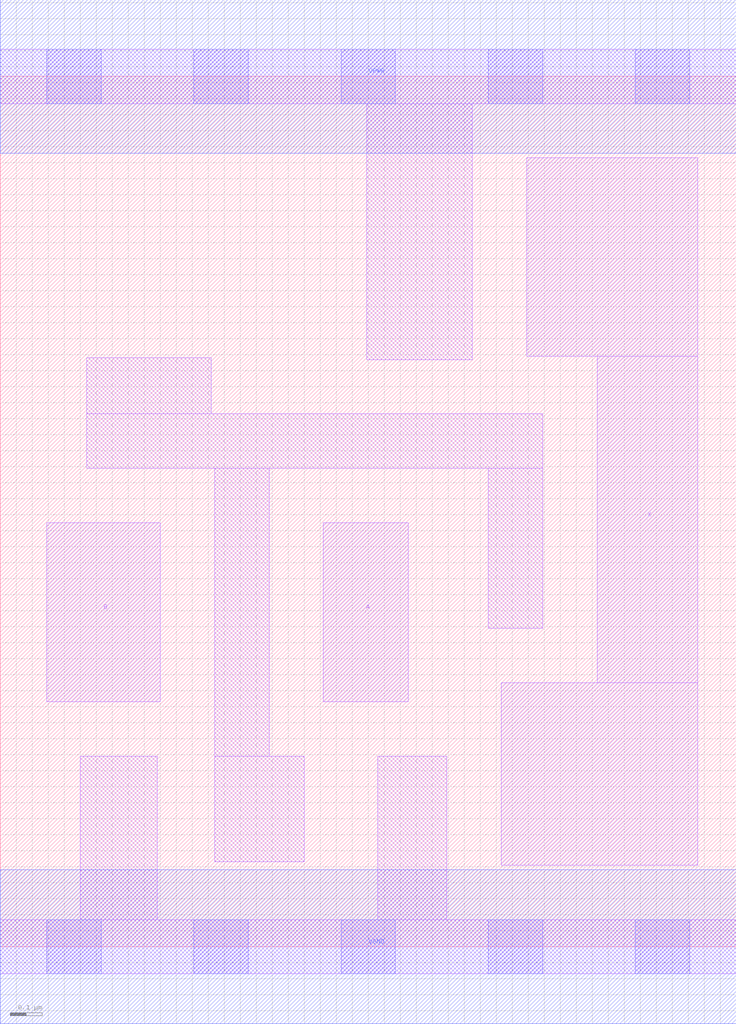
<source format=lef>
# Copyright 2020 The SkyWater PDK Authors
#
# Licensed under the Apache License, Version 2.0 (the "License");
# you may not use this file except in compliance with the License.
# You may obtain a copy of the License at
#
#     https://www.apache.org/licenses/LICENSE-2.0
#
# Unless required by applicable law or agreed to in writing, software
# distributed under the License is distributed on an "AS IS" BASIS,
# WITHOUT WARRANTIES OR CONDITIONS OF ANY KIND, either express or implied.
# See the License for the specific language governing permissions and
# limitations under the License.
#
# SPDX-License-Identifier: Apache-2.0

VERSION 5.7 ;
  NAMESCASESENSITIVE ON ;
  NOWIREEXTENSIONATPIN ON ;
  DIVIDERCHAR "/" ;
  BUSBITCHARS "[]" ;
UNITS
  DATABASE MICRONS 200 ;
END UNITS
MACRO sky130_fd_sc_hd__or2_1
  CLASS CORE ;
  SOURCE USER ;
  FOREIGN sky130_fd_sc_hd__or2_1 ;
  ORIGIN  0.000000  0.000000 ;
  SIZE  2.300000 BY  2.720000 ;
  SYMMETRY X Y R90 ;
  SITE unithd ;
  PIN A
    ANTENNAGATEAREA  0.126000 ;
    DIRECTION INPUT ;
    USE SIGNAL ;
    PORT
      LAYER li1 ;
        RECT 1.010000 0.765000 1.275000 1.325000 ;
    END
  END A
  PIN B
    ANTENNAGATEAREA  0.126000 ;
    DIRECTION INPUT ;
    USE SIGNAL ;
    PORT
      LAYER li1 ;
        RECT 0.145000 0.765000 0.500000 1.325000 ;
    END
  END B
  PIN X
    ANTENNADIFFAREA  0.509000 ;
    DIRECTION OUTPUT ;
    USE SIGNAL ;
    PORT
      LAYER li1 ;
        RECT 1.565000 0.255000 2.180000 0.825000 ;
        RECT 1.645000 1.845000 2.180000 2.465000 ;
        RECT 1.865000 0.825000 2.180000 1.845000 ;
    END
  END X
  PIN VGND
    DIRECTION INOUT ;
    SHAPE ABUTMENT ;
    USE GROUND ;
    PORT
      LAYER met1 ;
        RECT 0.000000 -0.240000 2.300000 0.240000 ;
    END
  END VGND
  PIN VPWR
    DIRECTION INOUT ;
    SHAPE ABUTMENT ;
    USE POWER ;
    PORT
      LAYER met1 ;
        RECT 0.000000 2.480000 2.300000 2.960000 ;
    END
  END VPWR
  OBS
    LAYER li1 ;
      RECT 0.000000 -0.085000 2.300000 0.085000 ;
      RECT 0.000000  2.635000 2.300000 2.805000 ;
      RECT 0.250000  0.085000 0.490000 0.595000 ;
      RECT 0.270000  1.495000 1.695000 1.665000 ;
      RECT 0.270000  1.665000 0.660000 1.840000 ;
      RECT 0.670000  0.265000 0.950000 0.595000 ;
      RECT 0.670000  0.595000 0.840000 1.495000 ;
      RECT 1.145000  1.835000 1.475000 2.635000 ;
      RECT 1.180000  0.085000 1.395000 0.595000 ;
      RECT 1.525000  0.995000 1.695000 1.495000 ;
    LAYER mcon ;
      RECT 0.145000 -0.085000 0.315000 0.085000 ;
      RECT 0.145000  2.635000 0.315000 2.805000 ;
      RECT 0.605000 -0.085000 0.775000 0.085000 ;
      RECT 0.605000  2.635000 0.775000 2.805000 ;
      RECT 1.065000 -0.085000 1.235000 0.085000 ;
      RECT 1.065000  2.635000 1.235000 2.805000 ;
      RECT 1.525000 -0.085000 1.695000 0.085000 ;
      RECT 1.525000  2.635000 1.695000 2.805000 ;
      RECT 1.985000 -0.085000 2.155000 0.085000 ;
      RECT 1.985000  2.635000 2.155000 2.805000 ;
  END
END sky130_fd_sc_hd__or2_1
END LIBRARY

</source>
